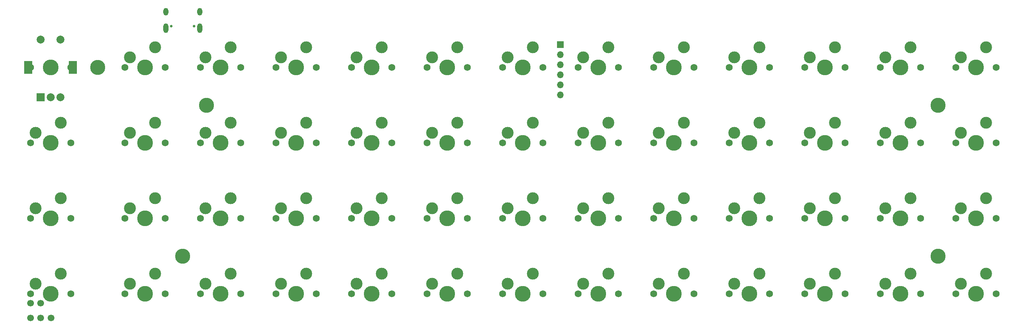
<source format=gts>
G04 #@! TF.GenerationSoftware,KiCad,Pcbnew,(6.0.5-0)*
G04 #@! TF.CreationDate,2022-08-30T21:44:49-05:00*
G04 #@! TF.ProjectId,pcb,7063622e-6b69-4636-9164-5f7063625858,rev?*
G04 #@! TF.SameCoordinates,Original*
G04 #@! TF.FileFunction,Soldermask,Top*
G04 #@! TF.FilePolarity,Negative*
%FSLAX46Y46*%
G04 Gerber Fmt 4.6, Leading zero omitted, Abs format (unit mm)*
G04 Created by KiCad (PCBNEW (6.0.5-0)) date 2022-08-30 21:44:49*
%MOMM*%
%LPD*%
G01*
G04 APERTURE LIST*
%ADD10C,3.000000*%
%ADD11C,1.750000*%
%ADD12C,3.987800*%
%ADD13R,2.000000X2.000000*%
%ADD14C,2.000000*%
%ADD15R,2.000000X3.200000*%
%ADD16C,3.800000*%
%ADD17O,1.700000X1.700000*%
%ADD18R,1.700000X1.700000*%
%ADD19C,0.650000*%
%ADD20O,1.300000X2.400000*%
%ADD21O,1.300000X1.900000*%
%ADD22C,1.700000*%
G04 APERTURE END LIST*
D10*
X108480225Y-48113950D03*
X102130225Y-50653950D03*
D11*
X111020225Y-53193950D03*
X100860225Y-53193950D03*
D12*
X105940225Y-53193950D03*
D10*
X121180225Y-50653950D03*
D11*
X119910225Y-53193950D03*
D12*
X124990225Y-53193950D03*
D10*
X127530225Y-48113950D03*
D11*
X130070225Y-53193950D03*
X206270225Y-53193950D03*
D10*
X203730225Y-48113950D03*
X197380225Y-50653950D03*
D11*
X196110225Y-53193950D03*
D12*
X201190225Y-53193950D03*
D11*
X187220225Y-53193950D03*
D10*
X178330225Y-50653950D03*
X184680225Y-48113950D03*
D11*
X177060225Y-53193950D03*
D12*
X182140225Y-53193950D03*
D11*
X168170225Y-53193950D03*
D12*
X163090225Y-53193950D03*
D10*
X165630225Y-48113950D03*
X159280225Y-50653950D03*
D11*
X158010225Y-53193950D03*
X81810225Y-53193950D03*
D12*
X86890225Y-53193950D03*
D10*
X83080225Y-50653950D03*
X89430225Y-48113950D03*
D11*
X91970225Y-53193950D03*
X225320225Y-53193950D03*
D10*
X222780225Y-48113950D03*
D12*
X220240225Y-53193950D03*
D11*
X215160225Y-53193950D03*
D10*
X216430225Y-50653950D03*
D11*
X244370225Y-53193950D03*
D10*
X235480225Y-50653950D03*
X241830225Y-48113950D03*
D11*
X234210225Y-53193950D03*
D12*
X239290225Y-53193950D03*
D11*
X91970225Y-72243950D03*
D12*
X86890225Y-72243950D03*
D10*
X83080225Y-69703950D03*
D11*
X81810225Y-72243950D03*
D10*
X89430225Y-67163950D03*
D11*
X111020225Y-72243950D03*
D10*
X102130225Y-69703950D03*
D11*
X100860225Y-72243950D03*
D10*
X108480225Y-67163950D03*
D12*
X105940225Y-72243950D03*
X144045399Y-72243950D03*
D10*
X146585399Y-67163950D03*
D11*
X138965399Y-72243950D03*
X149125399Y-72243950D03*
D10*
X140235399Y-69703950D03*
X273580225Y-50653950D03*
D12*
X277390225Y-53193950D03*
D10*
X279930225Y-48113950D03*
D11*
X272310225Y-53193950D03*
X282470225Y-53193950D03*
D10*
X165630225Y-67163950D03*
X159280225Y-69703950D03*
D11*
X168170225Y-72243950D03*
X158010225Y-72243950D03*
D12*
X163090225Y-72243950D03*
D11*
X187220225Y-72243950D03*
D12*
X182140225Y-72243950D03*
D11*
X177060225Y-72243950D03*
D10*
X184680225Y-67163950D03*
X178330225Y-69703950D03*
D11*
X196110225Y-72243950D03*
D12*
X201190225Y-72243950D03*
D10*
X203730225Y-67163950D03*
D11*
X206270225Y-72243950D03*
D10*
X197380225Y-69703950D03*
D11*
X111020225Y-110343950D03*
D12*
X105940225Y-110343950D03*
D11*
X100860225Y-110343950D03*
D10*
X108480225Y-105263950D03*
X102130225Y-107803950D03*
D11*
X119910225Y-110343950D03*
D10*
X127530225Y-105263950D03*
D11*
X130070225Y-110343950D03*
D12*
X124990225Y-110343950D03*
D10*
X121180225Y-107803950D03*
X140230225Y-107803950D03*
X146580225Y-105263950D03*
D12*
X144040225Y-110343950D03*
D11*
X149120225Y-110343950D03*
X138960225Y-110343950D03*
D10*
X159280225Y-107803950D03*
D11*
X168170225Y-110343950D03*
D10*
X165630225Y-105263950D03*
D11*
X158010225Y-110343950D03*
D12*
X163090225Y-110343950D03*
X182140225Y-110343950D03*
D11*
X187220225Y-110343950D03*
D10*
X178330225Y-107803950D03*
X184680225Y-105263950D03*
D11*
X177060225Y-110343950D03*
D12*
X220240225Y-110343950D03*
D11*
X225320225Y-110343950D03*
D10*
X222780225Y-105263950D03*
D11*
X215160225Y-110343950D03*
D10*
X216430225Y-107803950D03*
X241830225Y-105263950D03*
X235480225Y-107803950D03*
D11*
X244370225Y-110343950D03*
X234210225Y-110343950D03*
D12*
X239290225Y-110343950D03*
D11*
X253260225Y-110343950D03*
D10*
X254530225Y-107803950D03*
X260880225Y-105263950D03*
D11*
X263420225Y-110343950D03*
D12*
X258340225Y-110343950D03*
D10*
X279930225Y-105263950D03*
D12*
X277390225Y-110343950D03*
D11*
X282470225Y-110343950D03*
X272310225Y-110343950D03*
D10*
X273580225Y-107803950D03*
D11*
X196110225Y-110343950D03*
X206270225Y-110343950D03*
D10*
X203730225Y-105263950D03*
D12*
X201190225Y-110343950D03*
D10*
X197380225Y-107803950D03*
X279930225Y-86213950D03*
D12*
X277390225Y-91293950D03*
D10*
X273580225Y-88753950D03*
D11*
X272310225Y-91293950D03*
X282470225Y-91293950D03*
X253260225Y-91293950D03*
D10*
X260880225Y-86213950D03*
D12*
X258340225Y-91293950D03*
D10*
X254530225Y-88753950D03*
D11*
X263420225Y-91293950D03*
D10*
X216430225Y-88753950D03*
D11*
X215160225Y-91293950D03*
D10*
X222780225Y-86213950D03*
D11*
X225320225Y-91293950D03*
D12*
X220240225Y-91293950D03*
D11*
X187220225Y-91293950D03*
X177060225Y-91293950D03*
D12*
X182140225Y-91293950D03*
D10*
X184680225Y-86213950D03*
X178330225Y-88753950D03*
D11*
X138960225Y-91293950D03*
D10*
X146580225Y-86213950D03*
D11*
X149120225Y-91293950D03*
D12*
X144040225Y-91293950D03*
D10*
X140230225Y-88753950D03*
X83080225Y-88753950D03*
X89430225Y-86213950D03*
D11*
X91970225Y-91293950D03*
X81810225Y-91293950D03*
D12*
X86890225Y-91293950D03*
D11*
X158010225Y-91293950D03*
D10*
X159280225Y-88753950D03*
X165630225Y-86213950D03*
D11*
X168170225Y-91293950D03*
D12*
X163090225Y-91293950D03*
D10*
X298980225Y-67163950D03*
D11*
X301520225Y-72243950D03*
D10*
X292630225Y-69703950D03*
D11*
X291360225Y-72243950D03*
D12*
X296440225Y-72243950D03*
D10*
X127530225Y-86213950D03*
D11*
X130070225Y-91293950D03*
D10*
X121180225Y-88753950D03*
D11*
X119910225Y-91293950D03*
D12*
X124990225Y-91293950D03*
X105940225Y-91293950D03*
D11*
X111020225Y-91293950D03*
D10*
X108480225Y-86213950D03*
X102130225Y-88753950D03*
D11*
X100860225Y-91293950D03*
X263420225Y-72243950D03*
D10*
X260880225Y-67163950D03*
D12*
X258340225Y-72243950D03*
D10*
X254530225Y-69703950D03*
D11*
X253260225Y-72243950D03*
X234210225Y-72243950D03*
D10*
X241830225Y-67163950D03*
D12*
X239290225Y-72243950D03*
D10*
X235480225Y-69703950D03*
D11*
X244370225Y-72243950D03*
D10*
X273580225Y-69703950D03*
D12*
X277390225Y-72243950D03*
D11*
X282470225Y-72243950D03*
D10*
X279930225Y-67163950D03*
D11*
X272310225Y-72243950D03*
D10*
X298980225Y-105263950D03*
D11*
X291360225Y-110343950D03*
D12*
X296440225Y-110343950D03*
D11*
X301520225Y-110343950D03*
D10*
X292630225Y-107803950D03*
X298980225Y-86213950D03*
X292630225Y-88753950D03*
D12*
X296440225Y-91293950D03*
D11*
X301520225Y-91293950D03*
X291360225Y-91293950D03*
D10*
X292630225Y-50653950D03*
D12*
X296440225Y-53193950D03*
D11*
X301520225Y-53193950D03*
X291360225Y-53193950D03*
D10*
X298980225Y-48113950D03*
D13*
X60577713Y-60693958D03*
D14*
X65577713Y-60693958D03*
X63077713Y-60693958D03*
D15*
X57477713Y-53193958D03*
X68677713Y-53193958D03*
D14*
X65577713Y-46193958D03*
X60577713Y-46193958D03*
D12*
X144040225Y-53193950D03*
D11*
X149120225Y-53193950D03*
D10*
X140230225Y-50653950D03*
D11*
X138960225Y-53193950D03*
D10*
X146580225Y-48113950D03*
D12*
X63077713Y-110344006D03*
D10*
X65617713Y-105264006D03*
D11*
X57997713Y-110344006D03*
X68157713Y-110344006D03*
D10*
X59267713Y-107804006D03*
D11*
X57997713Y-72243974D03*
D10*
X59267713Y-69703974D03*
X65617713Y-67163974D03*
D11*
X68157713Y-72243974D03*
D12*
X63077713Y-72243974D03*
D10*
X59267713Y-88753990D03*
X65617713Y-86213990D03*
D11*
X68157713Y-91293990D03*
D12*
X63077713Y-91293990D03*
D11*
X57997713Y-91293990D03*
D12*
X201190225Y-91293950D03*
D10*
X203730225Y-86213950D03*
D11*
X206270225Y-91293950D03*
X196110225Y-91293950D03*
D10*
X197380225Y-88753950D03*
X241830225Y-86213950D03*
D11*
X244370225Y-91293950D03*
D12*
X239290225Y-91293950D03*
D11*
X234210225Y-91293950D03*
D10*
X235480225Y-88753950D03*
D11*
X91970225Y-110343950D03*
D10*
X89430225Y-105263950D03*
D11*
X81810225Y-110343950D03*
D10*
X83080225Y-107803950D03*
D12*
X86890225Y-110343950D03*
D10*
X254530225Y-50653950D03*
X260880225Y-48113950D03*
D11*
X253260225Y-53193950D03*
D12*
X258340225Y-53193950D03*
D11*
X263420225Y-53193950D03*
D10*
X121180225Y-69703950D03*
X127530225Y-67163950D03*
D11*
X119910225Y-72243950D03*
D12*
X124990225Y-72243950D03*
D11*
X130070225Y-72243950D03*
X215160225Y-72243950D03*
D12*
X220240225Y-72243950D03*
D10*
X222780225Y-67163950D03*
D11*
X225320225Y-72243950D03*
D10*
X216430225Y-69703950D03*
D16*
X74983973Y-53193950D03*
X286915393Y-62718958D03*
X286915393Y-100818990D03*
X96415233Y-100818990D03*
X102368363Y-62718958D03*
D11*
X68157713Y-53193958D03*
D12*
X63077713Y-53193958D03*
D11*
X57997713Y-53193958D03*
D17*
X191665313Y-60143950D03*
X191665313Y-49983950D03*
X191665313Y-55063950D03*
X191665313Y-57603950D03*
X191665313Y-52523950D03*
D18*
X191665313Y-47443950D03*
D19*
X93525217Y-42765450D03*
X99305217Y-42765450D03*
D20*
X92115217Y-43316450D03*
X100715217Y-43316450D03*
D21*
X100715217Y-39116450D03*
X92115217Y-39116450D03*
D22*
X58000000Y-116400000D03*
X60600000Y-116400000D03*
X63200000Y-116400000D03*
X58000000Y-112700000D03*
X60600000Y-112700000D03*
M02*

</source>
